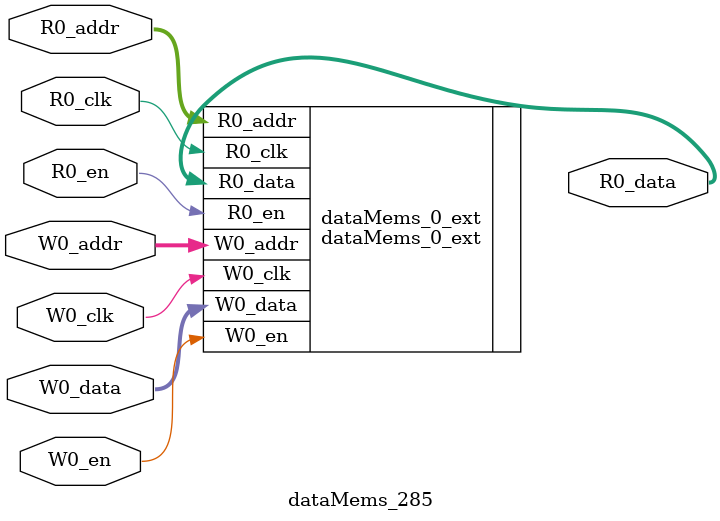
<source format=sv>
`ifndef RANDOMIZE
  `ifdef RANDOMIZE_REG_INIT
    `define RANDOMIZE
  `endif // RANDOMIZE_REG_INIT
`endif // not def RANDOMIZE
`ifndef RANDOMIZE
  `ifdef RANDOMIZE_MEM_INIT
    `define RANDOMIZE
  `endif // RANDOMIZE_MEM_INIT
`endif // not def RANDOMIZE

`ifndef RANDOM
  `define RANDOM $random
`endif // not def RANDOM

// Users can define 'PRINTF_COND' to add an extra gate to prints.
`ifndef PRINTF_COND_
  `ifdef PRINTF_COND
    `define PRINTF_COND_ (`PRINTF_COND)
  `else  // PRINTF_COND
    `define PRINTF_COND_ 1
  `endif // PRINTF_COND
`endif // not def PRINTF_COND_

// Users can define 'ASSERT_VERBOSE_COND' to add an extra gate to assert error printing.
`ifndef ASSERT_VERBOSE_COND_
  `ifdef ASSERT_VERBOSE_COND
    `define ASSERT_VERBOSE_COND_ (`ASSERT_VERBOSE_COND)
  `else  // ASSERT_VERBOSE_COND
    `define ASSERT_VERBOSE_COND_ 1
  `endif // ASSERT_VERBOSE_COND
`endif // not def ASSERT_VERBOSE_COND_

// Users can define 'STOP_COND' to add an extra gate to stop conditions.
`ifndef STOP_COND_
  `ifdef STOP_COND
    `define STOP_COND_ (`STOP_COND)
  `else  // STOP_COND
    `define STOP_COND_ 1
  `endif // STOP_COND
`endif // not def STOP_COND_

// Users can define INIT_RANDOM as general code that gets injected into the
// initializer block for modules with registers.
`ifndef INIT_RANDOM
  `define INIT_RANDOM
`endif // not def INIT_RANDOM

// If using random initialization, you can also define RANDOMIZE_DELAY to
// customize the delay used, otherwise 0.002 is used.
`ifndef RANDOMIZE_DELAY
  `define RANDOMIZE_DELAY 0.002
`endif // not def RANDOMIZE_DELAY

// Define INIT_RANDOM_PROLOG_ for use in our modules below.
`ifndef INIT_RANDOM_PROLOG_
  `ifdef RANDOMIZE
    `ifdef VERILATOR
      `define INIT_RANDOM_PROLOG_ `INIT_RANDOM
    `else  // VERILATOR
      `define INIT_RANDOM_PROLOG_ `INIT_RANDOM #`RANDOMIZE_DELAY begin end
    `endif // VERILATOR
  `else  // RANDOMIZE
    `define INIT_RANDOM_PROLOG_
  `endif // RANDOMIZE
`endif // not def INIT_RANDOM_PROLOG_

// Include register initializers in init blocks unless synthesis is set
`ifndef SYNTHESIS
  `ifndef ENABLE_INITIAL_REG_
    `define ENABLE_INITIAL_REG_
  `endif // not def ENABLE_INITIAL_REG_
`endif // not def SYNTHESIS

// Include rmemory initializers in init blocks unless synthesis is set
`ifndef SYNTHESIS
  `ifndef ENABLE_INITIAL_MEM_
    `define ENABLE_INITIAL_MEM_
  `endif // not def ENABLE_INITIAL_MEM_
`endif // not def SYNTHESIS

module dataMems_285(	// @[generators/ara/src/main/scala/UnsafeAXI4ToTL.scala:365:62]
  input  [4:0]  R0_addr,
  input         R0_en,
  input         R0_clk,
  output [66:0] R0_data,
  input  [4:0]  W0_addr,
  input         W0_en,
  input         W0_clk,
  input  [66:0] W0_data
);

  dataMems_0_ext dataMems_0_ext (	// @[generators/ara/src/main/scala/UnsafeAXI4ToTL.scala:365:62]
    .R0_addr (R0_addr),
    .R0_en   (R0_en),
    .R0_clk  (R0_clk),
    .R0_data (R0_data),
    .W0_addr (W0_addr),
    .W0_en   (W0_en),
    .W0_clk  (W0_clk),
    .W0_data (W0_data)
  );
endmodule


</source>
